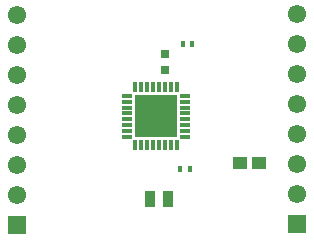
<source format=gbr>
%TF.GenerationSoftware,Altium Limited,Altium Designer,22.10.1 (41)*%
G04 Layer_Color=255*
%FSLAX45Y45*%
%MOMM*%
%TF.SameCoordinates,19E9B31E-7746-43A9-897C-89C24B045B63*%
%TF.FilePolarity,Positive*%
%TF.FileFunction,Pads,Top*%
%TF.Part,Single*%
G01*
G75*
%TA.AperFunction,SMDPad,CuDef*%
%ADD10R,3.55000X3.55000*%
%ADD11R,0.30000X0.80480*%
%ADD12R,0.80480X0.30000*%
%ADD13R,1.20840X1.01213*%
%ADD14R,0.70000X0.65000*%
%ADD15R,0.40000X0.50000*%
%ADD16R,0.95000X1.35000*%
%TA.AperFunction,ComponentPad*%
%ADD19C,1.55000*%
%ADD20R,1.55000X1.55000*%
D10*
X1845595Y1162050D02*
D03*
D11*
X1670594Y1407292D02*
D03*
X1720596D02*
D03*
X1770594D02*
D03*
X1820596D02*
D03*
X1870593D02*
D03*
X1920596D02*
D03*
X1970593D02*
D03*
X2020596D02*
D03*
Y916808D02*
D03*
X1970593D02*
D03*
X1920596D02*
D03*
X1870593D02*
D03*
X1820596D02*
D03*
X1770594D02*
D03*
X1720596D02*
D03*
X1670594D02*
D03*
D12*
X2090837Y1337051D02*
D03*
Y1287048D02*
D03*
Y1237051D02*
D03*
Y1187049D02*
D03*
Y1137051D02*
D03*
Y1087049D02*
D03*
Y1037052D02*
D03*
Y987049D02*
D03*
X1600353D02*
D03*
Y1037052D02*
D03*
Y1087049D02*
D03*
Y1137051D02*
D03*
Y1187049D02*
D03*
Y1237051D02*
D03*
Y1287048D02*
D03*
Y1337051D02*
D03*
D13*
X2712995Y768350D02*
D03*
X2552619D02*
D03*
D14*
X1923214Y1556382D02*
D03*
Y1691383D02*
D03*
D15*
X2149424Y1776730D02*
D03*
X2069425D02*
D03*
X2128607Y717550D02*
D03*
X2048607D02*
D03*
D16*
X1944609Y463550D02*
D03*
X1794607D02*
D03*
D19*
X3039207Y2025650D02*
D03*
Y1771650D02*
D03*
Y1517650D02*
D03*
Y1263650D02*
D03*
Y1009650D02*
D03*
Y755650D02*
D03*
Y501650D02*
D03*
X664307Y2019275D02*
D03*
Y1765275D02*
D03*
Y1511275D02*
D03*
Y1257275D02*
D03*
Y1003275D02*
D03*
Y749275D02*
D03*
Y495275D02*
D03*
D20*
X3039207Y247650D02*
D03*
X664307Y241275D02*
D03*
%TF.MD5,66f4870bf80538a1246ca24f4b4da026*%
M02*

</source>
